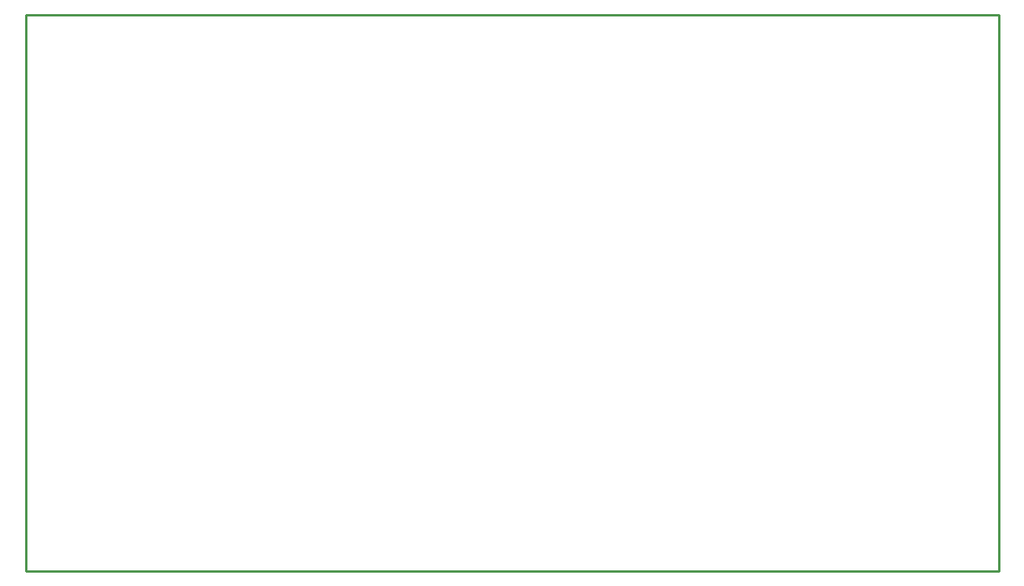
<source format=gko>
G04 Layer: BoardOutlineLayer*
G04 EasyEDA v6.5.23, 2023-06-14 20:02:47*
G04 cb88694a6a91491fa1ec1b2408a0e32a,5f8968b253fc4aed9fc2cb8881c97923,10*
G04 Gerber Generator version 0.2*
G04 Scale: 100 percent, Rotated: No, Reflected: No *
G04 Dimensions in inches *
G04 leading zeros omitted , absolute positions ,3 integer and 6 decimal *
%FSLAX36Y36*%
%MOIN*%

%ADD10C,0.0100*%
D10*
X0Y2365000D02*
G01*
X4133800Y2365000D01*
X4133800Y0D01*
X0Y0D01*
X0Y0D02*
G01*
X0Y2362199D01*

%LPD*%
M02*

</source>
